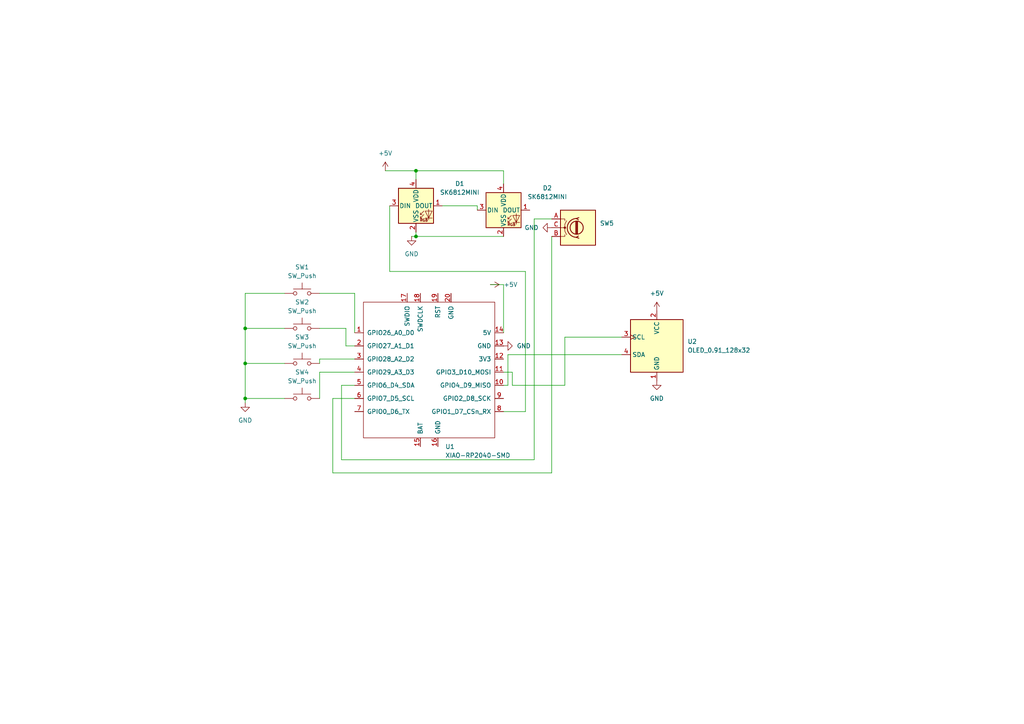
<source format=kicad_sch>
(kicad_sch
	(version 20250114)
	(generator "eeschema")
	(generator_version "9.0")
	(uuid "61eb214a-0f4f-4b0d-9221-397a7867731e")
	(paper "A4")
	(lib_symbols
		(symbol "Hackclub Symbols:OLED_0.91_128x32"
			(exclude_from_sim no)
			(in_bom yes)
			(on_board yes)
			(property "Reference" "U"
				(at 0 0 0)
				(effects
					(font
						(size 1.27 1.27)
					)
				)
			)
			(property "Value" "OLED_0.91_128x32"
				(at 14.224 -10.668 0)
				(effects
					(font
						(size 1.27 1.27)
					)
				)
			)
			(property "Footprint" "Hackclub Footprints:OLED_0.91_128x32"
				(at 18.034 -12.7 0)
				(effects
					(font
						(size 1.27 1.27)
					)
					(hide yes)
				)
			)
			(property "Datasheet" "https://www.buydisplay.com/download/manual/ER-OLEDM0.91-1_Datasheet.pdf"
				(at 42.672 -14.732 0)
				(effects
					(font
						(size 1.27 1.27)
					)
					(hide yes)
				)
			)
			(property "Description" "SSD1306 OLED module, 0.91 inch, 128x32, I2C"
				(at 26.67 -16.764 0)
				(effects
					(font
						(size 1.27 1.27)
					)
					(hide yes)
				)
			)
			(property "ki_keywords" "EastRising"
				(at 0 0 0)
				(effects
					(font
						(size 1.27 1.27)
					)
					(hide yes)
				)
			)
			(property "ki_fp_filters" "ER?OLEDM0.91?1x?I2C*"
				(at 0 0 0)
				(effects
					(font
						(size 1.27 1.27)
					)
					(hide yes)
				)
			)
			(symbol "OLED_0.91_128x32_1_1"
				(rectangle
					(start -7.62 7.62)
					(end 7.62 -7.62)
					(stroke
						(width 0.254)
						(type solid)
					)
					(fill
						(type background)
					)
				)
				(pin input clock
					(at -10.16 2.54 0)
					(length 2.54)
					(name "SCL"
						(effects
							(font
								(size 1.27 1.27)
							)
						)
					)
					(number "3"
						(effects
							(font
								(size 1.27 1.27)
							)
						)
					)
				)
				(pin bidirectional line
					(at -10.16 -2.54 0)
					(length 2.54)
					(name "SDA"
						(effects
							(font
								(size 1.27 1.27)
							)
						)
					)
					(number "4"
						(effects
							(font
								(size 1.27 1.27)
							)
						)
					)
				)
				(pin power_in line
					(at 0 10.16 270)
					(length 2.54)
					(name "VCC"
						(effects
							(font
								(size 1.27 1.27)
							)
						)
					)
					(number "2"
						(effects
							(font
								(size 1.27 1.27)
							)
						)
					)
				)
				(pin power_in line
					(at 0 -10.16 90)
					(length 2.54)
					(name "GND"
						(effects
							(font
								(size 1.27 1.27)
							)
						)
					)
					(number "1"
						(effects
							(font
								(size 1.27 1.27)
							)
						)
					)
				)
			)
			(embedded_fonts no)
		)
		(symbol "Seeed_Studio_XIAO_Series:+5V"
			(power)
			(pin_numbers
				(hide yes)
			)
			(pin_names
				(offset 0)
				(hide yes)
			)
			(exclude_from_sim no)
			(in_bom yes)
			(on_board yes)
			(property "Reference" "#PWR"
				(at 0 -3.81 0)
				(effects
					(font
						(size 1.27 1.27)
					)
					(hide yes)
				)
			)
			(property "Value" "+5V"
				(at 0 3.556 0)
				(effects
					(font
						(size 1.27 1.27)
					)
				)
			)
			(property "Footprint" ""
				(at 0 0 0)
				(effects
					(font
						(size 1.27 1.27)
					)
					(hide yes)
				)
			)
			(property "Datasheet" ""
				(at 0 0 0)
				(effects
					(font
						(size 1.27 1.27)
					)
					(hide yes)
				)
			)
			(property "Description" "Power symbol creates a global label with name \"+5V\""
				(at 0 0 0)
				(effects
					(font
						(size 1.27 1.27)
					)
					(hide yes)
				)
			)
			(property "ki_keywords" "global power"
				(at 0 0 0)
				(effects
					(font
						(size 1.27 1.27)
					)
					(hide yes)
				)
			)
			(symbol "+5V_0_1"
				(polyline
					(pts
						(xy -0.762 1.27) (xy 0 2.54)
					)
					(stroke
						(width 0)
						(type default)
					)
					(fill
						(type none)
					)
				)
				(polyline
					(pts
						(xy 0 2.54) (xy 0.762 1.27)
					)
					(stroke
						(width 0)
						(type default)
					)
					(fill
						(type none)
					)
				)
				(polyline
					(pts
						(xy 0 0) (xy 0 2.54)
					)
					(stroke
						(width 0)
						(type default)
					)
					(fill
						(type none)
					)
				)
			)
			(symbol "+5V_1_1"
				(pin power_in line
					(at 0 0 90)
					(length 0)
					(name "~"
						(effects
							(font
								(size 1.27 1.27)
							)
						)
					)
					(number "1"
						(effects
							(font
								(size 1.27 1.27)
							)
						)
					)
				)
			)
			(embedded_fonts no)
		)
		(symbol "Seeed_Studio_XIAO_Series:GND"
			(power)
			(pin_numbers
				(hide yes)
			)
			(pin_names
				(offset 0)
				(hide yes)
			)
			(exclude_from_sim no)
			(in_bom yes)
			(on_board yes)
			(property "Reference" "#PWR"
				(at 0 -6.35 0)
				(effects
					(font
						(size 1.27 1.27)
					)
					(hide yes)
				)
			)
			(property "Value" "GND"
				(at 0 -3.81 0)
				(effects
					(font
						(size 1.27 1.27)
					)
				)
			)
			(property "Footprint" ""
				(at 0 0 0)
				(effects
					(font
						(size 1.27 1.27)
					)
					(hide yes)
				)
			)
			(property "Datasheet" ""
				(at 0 0 0)
				(effects
					(font
						(size 1.27 1.27)
					)
					(hide yes)
				)
			)
			(property "Description" "Power symbol creates a global label with name \"GND\" , ground"
				(at 0 0 0)
				(effects
					(font
						(size 1.27 1.27)
					)
					(hide yes)
				)
			)
			(property "ki_keywords" "global power"
				(at 0 0 0)
				(effects
					(font
						(size 1.27 1.27)
					)
					(hide yes)
				)
			)
			(symbol "GND_0_1"
				(polyline
					(pts
						(xy 0 0) (xy 0 -1.27) (xy 1.27 -1.27) (xy 0 -2.54) (xy -1.27 -1.27) (xy 0 -1.27)
					)
					(stroke
						(width 0)
						(type default)
					)
					(fill
						(type none)
					)
				)
			)
			(symbol "GND_1_1"
				(pin power_in line
					(at 0 0 270)
					(length 0)
					(name "~"
						(effects
							(font
								(size 1.27 1.27)
							)
						)
					)
					(number "1"
						(effects
							(font
								(size 1.27 1.27)
							)
						)
					)
				)
			)
			(embedded_fonts no)
		)
		(symbol "Seeed_Studio_XIAO_Series:RotaryEncoder"
			(pin_names
				(offset 0.254)
				(hide yes)
			)
			(exclude_from_sim no)
			(in_bom yes)
			(on_board yes)
			(property "Reference" "SW"
				(at 0 6.604 0)
				(effects
					(font
						(size 1.27 1.27)
					)
				)
			)
			(property "Value" "RotaryEncoder"
				(at 0 -6.604 0)
				(effects
					(font
						(size 1.27 1.27)
					)
				)
			)
			(property "Footprint" ""
				(at -3.81 4.064 0)
				(effects
					(font
						(size 1.27 1.27)
					)
					(hide yes)
				)
			)
			(property "Datasheet" "~"
				(at 0 6.604 0)
				(effects
					(font
						(size 1.27 1.27)
					)
					(hide yes)
				)
			)
			(property "Description" "Rotary encoder, dual channel, incremental quadrate outputs"
				(at 0 0 0)
				(effects
					(font
						(size 1.27 1.27)
					)
					(hide yes)
				)
			)
			(property "ki_keywords" "rotary switch encoder"
				(at 0 0 0)
				(effects
					(font
						(size 1.27 1.27)
					)
					(hide yes)
				)
			)
			(property "ki_fp_filters" "RotaryEncoder*"
				(at 0 0 0)
				(effects
					(font
						(size 1.27 1.27)
					)
					(hide yes)
				)
			)
			(symbol "RotaryEncoder_0_1"
				(rectangle
					(start -5.08 5.08)
					(end 5.08 -5.08)
					(stroke
						(width 0.254)
						(type default)
					)
					(fill
						(type background)
					)
				)
				(polyline
					(pts
						(xy -5.08 2.54) (xy -3.81 2.54) (xy -3.81 2.032)
					)
					(stroke
						(width 0)
						(type default)
					)
					(fill
						(type none)
					)
				)
				(polyline
					(pts
						(xy -5.08 0) (xy -3.81 0) (xy -3.81 -1.016) (xy -3.302 -2.032)
					)
					(stroke
						(width 0)
						(type default)
					)
					(fill
						(type none)
					)
				)
				(polyline
					(pts
						(xy -5.08 -2.54) (xy -3.81 -2.54) (xy -3.81 -2.032)
					)
					(stroke
						(width 0)
						(type default)
					)
					(fill
						(type none)
					)
				)
				(polyline
					(pts
						(xy -4.318 0) (xy -3.81 0) (xy -3.81 1.016) (xy -3.302 2.032)
					)
					(stroke
						(width 0)
						(type default)
					)
					(fill
						(type none)
					)
				)
				(circle
					(center -3.81 0)
					(radius 0.254)
					(stroke
						(width 0)
						(type default)
					)
					(fill
						(type outline)
					)
				)
				(polyline
					(pts
						(xy -0.635 -1.778) (xy -0.635 1.778)
					)
					(stroke
						(width 0.254)
						(type default)
					)
					(fill
						(type none)
					)
				)
				(circle
					(center -0.381 0)
					(radius 1.905)
					(stroke
						(width 0.254)
						(type default)
					)
					(fill
						(type none)
					)
				)
				(polyline
					(pts
						(xy -0.381 -1.778) (xy -0.381 1.778)
					)
					(stroke
						(width 0.254)
						(type default)
					)
					(fill
						(type none)
					)
				)
				(arc
					(start -0.381 -2.794)
					(mid -3.0988 -0.0635)
					(end -0.381 2.667)
					(stroke
						(width 0.254)
						(type default)
					)
					(fill
						(type none)
					)
				)
				(polyline
					(pts
						(xy -0.127 1.778) (xy -0.127 -1.778)
					)
					(stroke
						(width 0.254)
						(type default)
					)
					(fill
						(type none)
					)
				)
				(polyline
					(pts
						(xy 0.254 2.921) (xy -0.508 2.667) (xy 0.127 2.286)
					)
					(stroke
						(width 0.254)
						(type default)
					)
					(fill
						(type none)
					)
				)
				(polyline
					(pts
						(xy 0.254 -3.048) (xy -0.508 -2.794) (xy 0.127 -2.413)
					)
					(stroke
						(width 0.254)
						(type default)
					)
					(fill
						(type none)
					)
				)
			)
			(symbol "RotaryEncoder_1_1"
				(pin passive line
					(at -7.62 2.54 0)
					(length 2.54)
					(name "A"
						(effects
							(font
								(size 1.27 1.27)
							)
						)
					)
					(number "A"
						(effects
							(font
								(size 1.27 1.27)
							)
						)
					)
				)
				(pin passive line
					(at -7.62 0 0)
					(length 2.54)
					(name "C"
						(effects
							(font
								(size 1.27 1.27)
							)
						)
					)
					(number "C"
						(effects
							(font
								(size 1.27 1.27)
							)
						)
					)
				)
				(pin passive line
					(at -7.62 -2.54 0)
					(length 2.54)
					(name "B"
						(effects
							(font
								(size 1.27 1.27)
							)
						)
					)
					(number "B"
						(effects
							(font
								(size 1.27 1.27)
							)
						)
					)
				)
			)
			(embedded_fonts no)
		)
		(symbol "Seeed_Studio_XIAO_Series:SK6812MINI"
			(pin_names
				(offset 0.254)
			)
			(exclude_from_sim no)
			(in_bom yes)
			(on_board yes)
			(property "Reference" "D"
				(at 5.08 5.715 0)
				(effects
					(font
						(size 1.27 1.27)
					)
					(justify right bottom)
				)
			)
			(property "Value" "SK6812MINI"
				(at 1.27 -5.715 0)
				(effects
					(font
						(size 1.27 1.27)
					)
					(justify left top)
				)
			)
			(property "Footprint" "LED_SMD:LED_SK6812MINI_PLCC4_3.5x3.5mm_P1.75mm"
				(at 1.27 -7.62 0)
				(effects
					(font
						(size 1.27 1.27)
					)
					(justify left top)
					(hide yes)
				)
			)
			(property "Datasheet" "https://cdn-shop.adafruit.com/product-files/2686/SK6812MINI_REV.01-1-2.pdf"
				(at 2.54 -9.525 0)
				(effects
					(font
						(size 1.27 1.27)
					)
					(justify left top)
					(hide yes)
				)
			)
			(property "Description" "RGB LED with integrated controller"
				(at 0 0 0)
				(effects
					(font
						(size 1.27 1.27)
					)
					(hide yes)
				)
			)
			(property "ki_keywords" "RGB LED NeoPixel Mini addressable"
				(at 0 0 0)
				(effects
					(font
						(size 1.27 1.27)
					)
					(hide yes)
				)
			)
			(property "ki_fp_filters" "LED*SK6812MINI*PLCC*3.5x3.5mm*P1.75mm*"
				(at 0 0 0)
				(effects
					(font
						(size 1.27 1.27)
					)
					(hide yes)
				)
			)
			(symbol "SK6812MINI_0_0"
				(text "RGB"
					(at 2.286 -4.191 0)
					(effects
						(font
							(size 0.762 0.762)
						)
					)
				)
			)
			(symbol "SK6812MINI_0_1"
				(polyline
					(pts
						(xy 1.27 -2.54) (xy 1.778 -2.54)
					)
					(stroke
						(width 0)
						(type default)
					)
					(fill
						(type none)
					)
				)
				(polyline
					(pts
						(xy 1.27 -3.556) (xy 1.778 -3.556)
					)
					(stroke
						(width 0)
						(type default)
					)
					(fill
						(type none)
					)
				)
				(polyline
					(pts
						(xy 2.286 -1.524) (xy 1.27 -2.54) (xy 1.27 -2.032)
					)
					(stroke
						(width 0)
						(type default)
					)
					(fill
						(type none)
					)
				)
				(polyline
					(pts
						(xy 2.286 -2.54) (xy 1.27 -3.556) (xy 1.27 -3.048)
					)
					(stroke
						(width 0)
						(type default)
					)
					(fill
						(type none)
					)
				)
				(polyline
					(pts
						(xy 3.683 -1.016) (xy 3.683 -3.556) (xy 3.683 -4.064)
					)
					(stroke
						(width 0)
						(type default)
					)
					(fill
						(type none)
					)
				)
				(polyline
					(pts
						(xy 4.699 -1.524) (xy 2.667 -1.524) (xy 3.683 -3.556) (xy 4.699 -1.524)
					)
					(stroke
						(width 0)
						(type default)
					)
					(fill
						(type none)
					)
				)
				(polyline
					(pts
						(xy 4.699 -3.556) (xy 2.667 -3.556)
					)
					(stroke
						(width 0)
						(type default)
					)
					(fill
						(type none)
					)
				)
				(rectangle
					(start 5.08 5.08)
					(end -5.08 -5.08)
					(stroke
						(width 0.254)
						(type default)
					)
					(fill
						(type background)
					)
				)
			)
			(symbol "SK6812MINI_1_1"
				(pin input line
					(at -7.62 0 0)
					(length 2.54)
					(name "DIN"
						(effects
							(font
								(size 1.27 1.27)
							)
						)
					)
					(number "3"
						(effects
							(font
								(size 1.27 1.27)
							)
						)
					)
				)
				(pin power_in line
					(at 0 7.62 270)
					(length 2.54)
					(name "VDD"
						(effects
							(font
								(size 1.27 1.27)
							)
						)
					)
					(number "4"
						(effects
							(font
								(size 1.27 1.27)
							)
						)
					)
				)
				(pin power_in line
					(at 0 -7.62 90)
					(length 2.54)
					(name "VSS"
						(effects
							(font
								(size 1.27 1.27)
							)
						)
					)
					(number "2"
						(effects
							(font
								(size 1.27 1.27)
							)
						)
					)
				)
				(pin output line
					(at 7.62 0 180)
					(length 2.54)
					(name "DOUT"
						(effects
							(font
								(size 1.27 1.27)
							)
						)
					)
					(number "1"
						(effects
							(font
								(size 1.27 1.27)
							)
						)
					)
				)
			)
			(embedded_fonts no)
		)
		(symbol "Seeed_Studio_XIAO_Series:SW_Push"
			(pin_numbers
				(hide yes)
			)
			(pin_names
				(offset 1.016)
				(hide yes)
			)
			(exclude_from_sim no)
			(in_bom yes)
			(on_board yes)
			(property "Reference" "SW"
				(at 1.27 2.54 0)
				(effects
					(font
						(size 1.27 1.27)
					)
					(justify left)
				)
			)
			(property "Value" "SW_Push"
				(at 0 -1.524 0)
				(effects
					(font
						(size 1.27 1.27)
					)
				)
			)
			(property "Footprint" ""
				(at 0 5.08 0)
				(effects
					(font
						(size 1.27 1.27)
					)
					(hide yes)
				)
			)
			(property "Datasheet" "~"
				(at 0 5.08 0)
				(effects
					(font
						(size 1.27 1.27)
					)
					(hide yes)
				)
			)
			(property "Description" "Push button switch, generic, two pins"
				(at 0 0 0)
				(effects
					(font
						(size 1.27 1.27)
					)
					(hide yes)
				)
			)
			(property "ki_keywords" "switch normally-open pushbutton push-button"
				(at 0 0 0)
				(effects
					(font
						(size 1.27 1.27)
					)
					(hide yes)
				)
			)
			(symbol "SW_Push_0_1"
				(circle
					(center -2.032 0)
					(radius 0.508)
					(stroke
						(width 0)
						(type default)
					)
					(fill
						(type none)
					)
				)
				(polyline
					(pts
						(xy 0 1.27) (xy 0 3.048)
					)
					(stroke
						(width 0)
						(type default)
					)
					(fill
						(type none)
					)
				)
				(circle
					(center 2.032 0)
					(radius 0.508)
					(stroke
						(width 0)
						(type default)
					)
					(fill
						(type none)
					)
				)
				(polyline
					(pts
						(xy 2.54 1.27) (xy -2.54 1.27)
					)
					(stroke
						(width 0)
						(type default)
					)
					(fill
						(type none)
					)
				)
				(pin passive line
					(at -5.08 0 0)
					(length 2.54)
					(name "1"
						(effects
							(font
								(size 1.27 1.27)
							)
						)
					)
					(number "1"
						(effects
							(font
								(size 1.27 1.27)
							)
						)
					)
				)
				(pin passive line
					(at 5.08 0 180)
					(length 2.54)
					(name "2"
						(effects
							(font
								(size 1.27 1.27)
							)
						)
					)
					(number "2"
						(effects
							(font
								(size 1.27 1.27)
							)
						)
					)
				)
			)
			(embedded_fonts no)
		)
		(symbol "Seeed_Studio_XIAO_Series:XIAO-RP2040-SMD"
			(pin_names
				(offset 1.016)
			)
			(exclude_from_sim no)
			(in_bom yes)
			(on_board yes)
			(property "Reference" "U"
				(at -18.542 23.114 0)
				(effects
					(font
						(size 1.27 1.27)
					)
				)
			)
			(property "Value" "XIAO-RP2040-SMD"
				(at -8.382 21.336 0)
				(effects
					(font
						(size 1.27 1.27)
					)
				)
			)
			(property "Footprint" ""
				(at -8.89 5.08 0)
				(effects
					(font
						(size 1.27 1.27)
					)
					(hide yes)
				)
			)
			(property "Datasheet" ""
				(at -8.89 5.08 0)
				(effects
					(font
						(size 1.27 1.27)
					)
					(hide yes)
				)
			)
			(property "Description" ""
				(at 0 0 0)
				(effects
					(font
						(size 1.27 1.27)
					)
					(hide yes)
				)
			)
			(symbol "XIAO-RP2040-SMD_0_1"
				(rectangle
					(start 19.05 -19.05)
					(end -19.05 20.32)
					(stroke
						(width 0)
						(type default)
					)
					(fill
						(type none)
					)
				)
			)
			(symbol "XIAO-RP2040-SMD_1_1"
				(pin passive line
					(at -21.59 11.43 0)
					(length 2.54)
					(name "GPIO26_A0_D0"
						(effects
							(font
								(size 1.27 1.27)
							)
						)
					)
					(number "1"
						(effects
							(font
								(size 1.27 1.27)
							)
						)
					)
				)
				(pin passive line
					(at -21.59 7.62 0)
					(length 2.54)
					(name "GPIO27_A1_D1"
						(effects
							(font
								(size 1.27 1.27)
							)
						)
					)
					(number "2"
						(effects
							(font
								(size 1.27 1.27)
							)
						)
					)
				)
				(pin passive line
					(at -21.59 3.81 0)
					(length 2.54)
					(name "GPIO28_A2_D2"
						(effects
							(font
								(size 1.27 1.27)
							)
						)
					)
					(number "3"
						(effects
							(font
								(size 1.27 1.27)
							)
						)
					)
				)
				(pin passive line
					(at -21.59 0 0)
					(length 2.54)
					(name "GPIO29_A3_D3"
						(effects
							(font
								(size 1.27 1.27)
							)
						)
					)
					(number "4"
						(effects
							(font
								(size 1.27 1.27)
							)
						)
					)
				)
				(pin passive line
					(at -21.59 -3.81 0)
					(length 2.54)
					(name "GPIO6_D4_SDA"
						(effects
							(font
								(size 1.27 1.27)
							)
						)
					)
					(number "5"
						(effects
							(font
								(size 1.27 1.27)
							)
						)
					)
				)
				(pin passive line
					(at -21.59 -7.62 0)
					(length 2.54)
					(name "GPIO7_D5_SCL"
						(effects
							(font
								(size 1.27 1.27)
							)
						)
					)
					(number "6"
						(effects
							(font
								(size 1.27 1.27)
							)
						)
					)
				)
				(pin passive line
					(at -21.59 -11.43 0)
					(length 2.54)
					(name "GPIO0_D6_TX"
						(effects
							(font
								(size 1.27 1.27)
							)
						)
					)
					(number "7"
						(effects
							(font
								(size 1.27 1.27)
							)
						)
					)
				)
				(pin passive line
					(at -6.35 22.86 270)
					(length 2.54)
					(name "SWDIO"
						(effects
							(font
								(size 1.27 1.27)
							)
						)
					)
					(number "17"
						(effects
							(font
								(size 1.27 1.27)
							)
						)
					)
				)
				(pin passive line
					(at -2.54 22.86 270)
					(length 2.54)
					(name "SWDCLK"
						(effects
							(font
								(size 1.27 1.27)
							)
						)
					)
					(number "18"
						(effects
							(font
								(size 1.27 1.27)
							)
						)
					)
				)
				(pin passive line
					(at -2.54 -21.59 90)
					(length 2.54)
					(name "BAT"
						(effects
							(font
								(size 1.27 1.27)
							)
						)
					)
					(number "15"
						(effects
							(font
								(size 1.27 1.27)
							)
						)
					)
				)
				(pin passive line
					(at 2.54 22.86 270)
					(length 2.54)
					(name "RST"
						(effects
							(font
								(size 1.27 1.27)
							)
						)
					)
					(number "19"
						(effects
							(font
								(size 1.27 1.27)
							)
						)
					)
				)
				(pin passive line
					(at 2.54 -21.59 90)
					(length 2.54)
					(name "GND"
						(effects
							(font
								(size 1.27 1.27)
							)
						)
					)
					(number "16"
						(effects
							(font
								(size 1.27 1.27)
							)
						)
					)
				)
				(pin passive line
					(at 6.35 22.86 270)
					(length 2.54)
					(name "GND"
						(effects
							(font
								(size 1.27 1.27)
							)
						)
					)
					(number "20"
						(effects
							(font
								(size 1.27 1.27)
							)
						)
					)
				)
				(pin passive line
					(at 21.59 11.43 180)
					(length 2.54)
					(name "5V"
						(effects
							(font
								(size 1.27 1.27)
							)
						)
					)
					(number "14"
						(effects
							(font
								(size 1.27 1.27)
							)
						)
					)
				)
				(pin passive line
					(at 21.59 7.62 180)
					(length 2.54)
					(name "GND"
						(effects
							(font
								(size 1.27 1.27)
							)
						)
					)
					(number "13"
						(effects
							(font
								(size 1.27 1.27)
							)
						)
					)
				)
				(pin passive line
					(at 21.59 3.81 180)
					(length 2.54)
					(name "3V3"
						(effects
							(font
								(size 1.27 1.27)
							)
						)
					)
					(number "12"
						(effects
							(font
								(size 1.27 1.27)
							)
						)
					)
				)
				(pin passive line
					(at 21.59 0 180)
					(length 2.54)
					(name "GPIO3_D10_MOSI"
						(effects
							(font
								(size 1.27 1.27)
							)
						)
					)
					(number "11"
						(effects
							(font
								(size 1.27 1.27)
							)
						)
					)
				)
				(pin passive line
					(at 21.59 -3.81 180)
					(length 2.54)
					(name "GPIO4_D9_MISO"
						(effects
							(font
								(size 1.27 1.27)
							)
						)
					)
					(number "10"
						(effects
							(font
								(size 1.27 1.27)
							)
						)
					)
				)
				(pin passive line
					(at 21.59 -7.62 180)
					(length 2.54)
					(name "GPIO2_D8_SCK"
						(effects
							(font
								(size 1.27 1.27)
							)
						)
					)
					(number "9"
						(effects
							(font
								(size 1.27 1.27)
							)
						)
					)
				)
				(pin passive line
					(at 21.59 -11.43 180)
					(length 2.54)
					(name "GPIO1_D7_CSn_RX"
						(effects
							(font
								(size 1.27 1.27)
							)
						)
					)
					(number "8"
						(effects
							(font
								(size 1.27 1.27)
							)
						)
					)
				)
			)
			(embedded_fonts no)
		)
	)
	(junction
		(at 120.65 49.53)
		(diameter 0)
		(color 0 0 0 0)
		(uuid "28608bf5-34b6-4bf8-bc71-12360e6e70fb")
	)
	(junction
		(at 120.65 68.58)
		(diameter 0)
		(color 0 0 0 0)
		(uuid "4c227325-c8a7-4aa7-8c9c-be0d24276d8f")
	)
	(junction
		(at 71.12 105.41)
		(diameter 0)
		(color 0 0 0 0)
		(uuid "5ec89632-a094-45d3-b910-1dde980fc211")
	)
	(junction
		(at 71.12 115.57)
		(diameter 0)
		(color 0 0 0 0)
		(uuid "68f58e2a-1978-4432-9d57-9405ffb4ff6f")
	)
	(junction
		(at 71.12 95.25)
		(diameter 0)
		(color 0 0 0 0)
		(uuid "6a750924-36ad-4ed1-a137-f615de782311")
	)
	(wire
		(pts
			(xy 148.59 107.95) (xy 146.05 107.95)
		)
		(stroke
			(width 0)
			(type default)
		)
		(uuid "083e648a-eb51-46cf-958b-2cc00d93f52f")
	)
	(wire
		(pts
			(xy 71.12 95.25) (xy 71.12 105.41)
		)
		(stroke
			(width 0)
			(type default)
		)
		(uuid "0fbd66b9-449a-4b88-bd7c-00d2da00527f")
	)
	(wire
		(pts
			(xy 82.55 85.09) (xy 71.12 85.09)
		)
		(stroke
			(width 0)
			(type default)
		)
		(uuid "1625e8a5-af6f-408b-8cbe-e9423220a96a")
	)
	(wire
		(pts
			(xy 180.34 97.79) (xy 163.83 97.79)
		)
		(stroke
			(width 0)
			(type default)
		)
		(uuid "17fe84f1-428d-4230-9c09-1d36876fe810")
	)
	(wire
		(pts
			(xy 160.02 63.5) (xy 154.94 63.5)
		)
		(stroke
			(width 0)
			(type default)
		)
		(uuid "24e4f3e6-e112-494f-8250-f1643e3fdb47")
	)
	(wire
		(pts
			(xy 71.12 115.57) (xy 71.12 116.84)
		)
		(stroke
			(width 0)
			(type default)
		)
		(uuid "28f0ec43-dac7-470c-8adb-db1340b121e0")
	)
	(wire
		(pts
			(xy 92.71 115.57) (xy 92.71 107.95)
		)
		(stroke
			(width 0)
			(type default)
		)
		(uuid "293d8219-67ce-4d13-989e-41d28ffa35da")
	)
	(wire
		(pts
			(xy 120.65 68.58) (xy 146.05 68.58)
		)
		(stroke
			(width 0)
			(type default)
		)
		(uuid "2d0da238-30e0-46c0-a8ae-da688fa4bb49")
	)
	(wire
		(pts
			(xy 82.55 95.25) (xy 71.12 95.25)
		)
		(stroke
			(width 0)
			(type default)
		)
		(uuid "308b0136-3c5f-4140-8187-8a5767d6aaee")
	)
	(wire
		(pts
			(xy 92.71 107.95) (xy 102.87 107.95)
		)
		(stroke
			(width 0)
			(type default)
		)
		(uuid "329124e9-99c5-4091-94b9-6da1364ebb77")
	)
	(wire
		(pts
			(xy 102.87 85.09) (xy 102.87 96.52)
		)
		(stroke
			(width 0)
			(type default)
		)
		(uuid "3809699c-d0d9-4aae-89fe-939f9d5efc6f")
	)
	(wire
		(pts
			(xy 99.06 133.35) (xy 99.06 111.76)
		)
		(stroke
			(width 0)
			(type default)
		)
		(uuid "3b36e4e3-2f5f-48b0-9aff-2129342960d7")
	)
	(wire
		(pts
			(xy 100.33 100.33) (xy 102.87 100.33)
		)
		(stroke
			(width 0)
			(type default)
		)
		(uuid "5c95e26c-a1b6-4a52-b7ce-270e0cc8cc80")
	)
	(wire
		(pts
			(xy 102.87 104.14) (xy 92.71 104.14)
		)
		(stroke
			(width 0)
			(type default)
		)
		(uuid "5e3900c5-aa5b-4504-b779-be9734148029")
	)
	(wire
		(pts
			(xy 71.12 115.57) (xy 82.55 115.57)
		)
		(stroke
			(width 0)
			(type default)
		)
		(uuid "60033e7c-0c46-47c7-81f2-104aa14a7de1")
	)
	(wire
		(pts
			(xy 180.34 102.87) (xy 147.32 102.87)
		)
		(stroke
			(width 0)
			(type default)
		)
		(uuid "66da78ad-2d50-4d76-91d7-6504a0702736")
	)
	(wire
		(pts
			(xy 154.94 63.5) (xy 154.94 133.35)
		)
		(stroke
			(width 0)
			(type default)
		)
		(uuid "6814f493-70a8-4d37-a12a-af8f55532003")
	)
	(wire
		(pts
			(xy 163.83 97.79) (xy 163.83 111.76)
		)
		(stroke
			(width 0)
			(type default)
		)
		(uuid "7abad972-2fd2-4a01-840f-2e5a46cbf65e")
	)
	(wire
		(pts
			(xy 71.12 85.09) (xy 71.12 95.25)
		)
		(stroke
			(width 0)
			(type default)
		)
		(uuid "7f06e80d-9bac-4bda-81c8-d9cc7367763d")
	)
	(wire
		(pts
			(xy 102.87 85.09) (xy 92.71 85.09)
		)
		(stroke
			(width 0)
			(type default)
		)
		(uuid "800196e0-2472-4afc-83e8-39e45c249556")
	)
	(wire
		(pts
			(xy 96.52 115.57) (xy 102.87 115.57)
		)
		(stroke
			(width 0)
			(type default)
		)
		(uuid "865053e2-2c2c-496e-8862-320f16303fdf")
	)
	(wire
		(pts
			(xy 71.12 105.41) (xy 82.55 105.41)
		)
		(stroke
			(width 0)
			(type default)
		)
		(uuid "865ddf51-0a83-49a4-acf8-2ecbe7b6f1da")
	)
	(wire
		(pts
			(xy 142.24 82.55) (xy 146.05 82.55)
		)
		(stroke
			(width 0)
			(type default)
		)
		(uuid "9972dd53-72a5-4f2e-8ae7-d80ee2367ddd")
	)
	(wire
		(pts
			(xy 100.33 95.25) (xy 100.33 100.33)
		)
		(stroke
			(width 0)
			(type default)
		)
		(uuid "9a299517-8471-4de4-b5d3-fa843b4e48f2")
	)
	(wire
		(pts
			(xy 120.65 67.31) (xy 120.65 68.58)
		)
		(stroke
			(width 0)
			(type default)
		)
		(uuid "9acfaaa3-8afc-413b-93fe-8190221e0979")
	)
	(wire
		(pts
			(xy 147.32 102.87) (xy 147.32 111.76)
		)
		(stroke
			(width 0)
			(type default)
		)
		(uuid "a2ca37e4-7f0b-4476-98fb-b630c0f4afaf")
	)
	(wire
		(pts
			(xy 113.03 78.74) (xy 152.4 78.74)
		)
		(stroke
			(width 0)
			(type default)
		)
		(uuid "ade2f2b1-582e-48c1-adde-d7996ef78970")
	)
	(wire
		(pts
			(xy 146.05 53.34) (xy 146.05 49.53)
		)
		(stroke
			(width 0)
			(type default)
		)
		(uuid "b04ad579-55f2-4f38-8d19-5fa15d590506")
	)
	(wire
		(pts
			(xy 154.94 133.35) (xy 99.06 133.35)
		)
		(stroke
			(width 0)
			(type default)
		)
		(uuid "b52fbff3-6273-4f70-a66f-f6e51a5ebe2b")
	)
	(wire
		(pts
			(xy 120.65 49.53) (xy 111.76 49.53)
		)
		(stroke
			(width 0)
			(type default)
		)
		(uuid "b5c274d2-438f-4850-badf-2939b344d202")
	)
	(wire
		(pts
			(xy 163.83 111.76) (xy 148.59 111.76)
		)
		(stroke
			(width 0)
			(type default)
		)
		(uuid "b9c04924-bc99-4165-bd86-1ffbd68cbd07")
	)
	(wire
		(pts
			(xy 148.59 111.76) (xy 148.59 107.95)
		)
		(stroke
			(width 0)
			(type default)
		)
		(uuid "c5c01cb7-4232-4d84-aa08-ffebb8a10551")
	)
	(wire
		(pts
			(xy 146.05 82.55) (xy 146.05 96.52)
		)
		(stroke
			(width 0)
			(type default)
		)
		(uuid "c85a33c3-013c-442c-9b32-2b0baa662004")
	)
	(wire
		(pts
			(xy 146.05 49.53) (xy 120.65 49.53)
		)
		(stroke
			(width 0)
			(type default)
		)
		(uuid "cadd2c77-a6be-435e-b66b-01d42d3f18e6")
	)
	(wire
		(pts
			(xy 152.4 78.74) (xy 152.4 119.38)
		)
		(stroke
			(width 0)
			(type default)
		)
		(uuid "d2071ecf-2664-4d7f-ba07-307709d0f42d")
	)
	(wire
		(pts
			(xy 160.02 68.58) (xy 160.02 137.16)
		)
		(stroke
			(width 0)
			(type default)
		)
		(uuid "d431c132-09f0-4f28-a026-c65accef5686")
	)
	(wire
		(pts
			(xy 113.03 59.69) (xy 113.03 78.74)
		)
		(stroke
			(width 0)
			(type default)
		)
		(uuid "d6b071a6-6b56-4617-9f25-9d99566605bb")
	)
	(wire
		(pts
			(xy 152.4 119.38) (xy 146.05 119.38)
		)
		(stroke
			(width 0)
			(type default)
		)
		(uuid "dd0baca2-d0d5-4e73-aef2-b44ff104b40b")
	)
	(wire
		(pts
			(xy 147.32 111.76) (xy 146.05 111.76)
		)
		(stroke
			(width 0)
			(type default)
		)
		(uuid "dd51ffc8-b646-4a07-a69d-8299674e7082")
	)
	(wire
		(pts
			(xy 92.71 95.25) (xy 100.33 95.25)
		)
		(stroke
			(width 0)
			(type default)
		)
		(uuid "e3786cb9-9eba-46b0-bf8c-e2f7e9533db3")
	)
	(wire
		(pts
			(xy 128.27 59.69) (xy 138.43 59.69)
		)
		(stroke
			(width 0)
			(type default)
		)
		(uuid "e4717615-4ace-417e-abb2-7cfd173401e4")
	)
	(wire
		(pts
			(xy 71.12 105.41) (xy 71.12 115.57)
		)
		(stroke
			(width 0)
			(type default)
		)
		(uuid "ea273620-5c67-4d01-a5e1-1e61a35bfc48")
	)
	(wire
		(pts
			(xy 96.52 137.16) (xy 96.52 115.57)
		)
		(stroke
			(width 0)
			(type default)
		)
		(uuid "eeab4f60-0262-4526-861e-32859921a91b")
	)
	(wire
		(pts
			(xy 120.65 68.58) (xy 119.38 68.58)
		)
		(stroke
			(width 0)
			(type default)
		)
		(uuid "efb78541-e0ae-4e5e-a0ca-59a149b6dd0d")
	)
	(wire
		(pts
			(xy 99.06 111.76) (xy 102.87 111.76)
		)
		(stroke
			(width 0)
			(type default)
		)
		(uuid "f5a62df3-8438-4584-a3e0-1aa4a0d84a22")
	)
	(wire
		(pts
			(xy 160.02 137.16) (xy 96.52 137.16)
		)
		(stroke
			(width 0)
			(type default)
		)
		(uuid "f8d234f5-4f29-4ae4-b84e-04751b41c5db")
	)
	(wire
		(pts
			(xy 120.65 52.07) (xy 120.65 49.53)
		)
		(stroke
			(width 0)
			(type default)
		)
		(uuid "fa098b41-3d59-4efa-9a6e-09a53837a5b1")
	)
	(wire
		(pts
			(xy 92.71 104.14) (xy 92.71 105.41)
		)
		(stroke
			(width 0)
			(type default)
		)
		(uuid "fb977fef-8ab7-4933-8382-9d40bc2988d2")
	)
	(wire
		(pts
			(xy 138.43 59.69) (xy 138.43 60.96)
		)
		(stroke
			(width 0)
			(type default)
		)
		(uuid "fbc93d19-8c0b-437d-aa7d-416fd7fe414b")
	)
	(symbol
		(lib_id "Seeed_Studio_XIAO_Series:SW_Push")
		(at 87.63 115.57 0)
		(unit 1)
		(exclude_from_sim no)
		(in_bom yes)
		(on_board yes)
		(dnp no)
		(fields_autoplaced yes)
		(uuid "02080348-2bd9-4127-aff0-a5f84c9298c5")
		(property "Reference" "SW4"
			(at 87.63 107.95 0)
			(effects
				(font
					(size 1.27 1.27)
				)
			)
		)
		(property "Value" "SW_Push"
			(at 87.63 110.49 0)
			(effects
				(font
					(size 1.27 1.27)
				)
			)
		)
		(property "Footprint" "Button_Switch_Keyboard:SW_Cherry_MX_1.00u_PCB"
			(at 87.63 110.49 0)
			(effects
				(font
					(size 1.27 1.27)
				)
				(hide yes)
			)
		)
		(property "Datasheet" "~"
			(at 87.63 110.49 0)
			(effects
				(font
					(size 1.27 1.27)
				)
				(hide yes)
			)
		)
		(property "Description" "Push button switch, generic, two pins"
			(at 87.63 115.57 0)
			(effects
				(font
					(size 1.27 1.27)
				)
				(hide yes)
			)
		)
		(pin "1"
			(uuid "3dee064e-dc20-4938-9357-79839b2fff84")
		)
		(pin "2"
			(uuid "8987abb6-0aa8-4581-8d9d-fed7423de37f")
		)
		(instances
			(project ""
				(path "/61eb214a-0f4f-4b0d-9221-397a7867731e"
					(reference "SW4")
					(unit 1)
				)
			)
		)
	)
	(symbol
		(lib_id "Seeed_Studio_XIAO_Series:+5V")
		(at 142.24 82.55 270)
		(unit 1)
		(exclude_from_sim no)
		(in_bom yes)
		(on_board yes)
		(dnp no)
		(fields_autoplaced yes)
		(uuid "22bcf288-8fe8-4ff0-8003-e3bbb889d021")
		(property "Reference" "#PWR02"
			(at 138.43 82.55 0)
			(effects
				(font
					(size 1.27 1.27)
				)
				(hide yes)
			)
		)
		(property "Value" "+5V"
			(at 146.05 82.5499 90)
			(effects
				(font
					(size 1.27 1.27)
				)
				(justify left)
			)
		)
		(property "Footprint" ""
			(at 142.24 82.55 0)
			(effects
				(font
					(size 1.27 1.27)
				)
				(hide yes)
			)
		)
		(property "Datasheet" ""
			(at 142.24 82.55 0)
			(effects
				(font
					(size 1.27 1.27)
				)
				(hide yes)
			)
		)
		(property "Description" "Power symbol creates a global label with name \"+5V\""
			(at 142.24 82.55 0)
			(effects
				(font
					(size 1.27 1.27)
				)
				(hide yes)
			)
		)
		(pin "1"
			(uuid "4b851f5f-7c39-4a48-bf3d-17f56f461d22")
		)
		(instances
			(project ""
				(path "/61eb214a-0f4f-4b0d-9221-397a7867731e"
					(reference "#PWR02")
					(unit 1)
				)
			)
		)
	)
	(symbol
		(lib_id "Seeed_Studio_XIAO_Series:SW_Push")
		(at 87.63 105.41 0)
		(unit 1)
		(exclude_from_sim no)
		(in_bom yes)
		(on_board yes)
		(dnp no)
		(fields_autoplaced yes)
		(uuid "25037b63-3f99-4780-90dc-fdacbef66600")
		(property "Reference" "SW3"
			(at 87.63 97.79 0)
			(effects
				(font
					(size 1.27 1.27)
				)
			)
		)
		(property "Value" "SW_Push"
			(at 87.63 100.33 0)
			(effects
				(font
					(size 1.27 1.27)
				)
			)
		)
		(property "Footprint" "Button_Switch_Keyboard:SW_Cherry_MX_1.00u_PCB"
			(at 87.63 100.33 0)
			(effects
				(font
					(size 1.27 1.27)
				)
				(hide yes)
			)
		)
		(property "Datasheet" "~"
			(at 87.63 100.33 0)
			(effects
				(font
					(size 1.27 1.27)
				)
				(hide yes)
			)
		)
		(property "Description" "Push button switch, generic, two pins"
			(at 87.63 105.41 0)
			(effects
				(font
					(size 1.27 1.27)
				)
				(hide yes)
			)
		)
		(pin "1"
			(uuid "3dc23be6-4a1c-482a-818b-1d157a8fdb88")
		)
		(pin "2"
			(uuid "a26adff8-a44b-4f53-8608-907fc489a13f")
		)
		(instances
			(project ""
				(path "/61eb214a-0f4f-4b0d-9221-397a7867731e"
					(reference "SW3")
					(unit 1)
				)
			)
		)
	)
	(symbol
		(lib_id "Seeed_Studio_XIAO_Series:+5V")
		(at 111.76 49.53 0)
		(unit 1)
		(exclude_from_sim no)
		(in_bom yes)
		(on_board yes)
		(dnp no)
		(fields_autoplaced yes)
		(uuid "358f76c7-d74b-4c47-8740-7b90a7dfda46")
		(property "Reference" "#PWR06"
			(at 111.76 53.34 0)
			(effects
				(font
					(size 1.27 1.27)
				)
				(hide yes)
			)
		)
		(property "Value" "+5V"
			(at 111.76 44.45 0)
			(effects
				(font
					(size 1.27 1.27)
				)
			)
		)
		(property "Footprint" ""
			(at 111.76 49.53 0)
			(effects
				(font
					(size 1.27 1.27)
				)
				(hide yes)
			)
		)
		(property "Datasheet" ""
			(at 111.76 49.53 0)
			(effects
				(font
					(size 1.27 1.27)
				)
				(hide yes)
			)
		)
		(property "Description" "Power symbol creates a global label with name \"+5V\""
			(at 111.76 49.53 0)
			(effects
				(font
					(size 1.27 1.27)
				)
				(hide yes)
			)
		)
		(pin "1"
			(uuid "418bb00a-81ec-4fcc-b463-50bc107496c2")
		)
		(instances
			(project ""
				(path "/61eb214a-0f4f-4b0d-9221-397a7867731e"
					(reference "#PWR06")
					(unit 1)
				)
			)
		)
	)
	(symbol
		(lib_id "Seeed_Studio_XIAO_Series:SW_Push")
		(at 87.63 95.25 0)
		(unit 1)
		(exclude_from_sim no)
		(in_bom yes)
		(on_board yes)
		(dnp no)
		(fields_autoplaced yes)
		(uuid "3822d91e-c187-4902-9e90-a4a16be72704")
		(property "Reference" "SW2"
			(at 87.63 87.63 0)
			(effects
				(font
					(size 1.27 1.27)
				)
			)
		)
		(property "Value" "SW_Push"
			(at 87.63 90.17 0)
			(effects
				(font
					(size 1.27 1.27)
				)
			)
		)
		(property "Footprint" "Button_Switch_Keyboard:SW_Cherry_MX_1.00u_PCB"
			(at 87.63 90.17 0)
			(effects
				(font
					(size 1.27 1.27)
				)
				(hide yes)
			)
		)
		(property "Datasheet" "~"
			(at 87.63 90.17 0)
			(effects
				(font
					(size 1.27 1.27)
				)
				(hide yes)
			)
		)
		(property "Description" "Push button switch, generic, two pins"
			(at 87.63 95.25 0)
			(effects
				(font
					(size 1.27 1.27)
				)
				(hide yes)
			)
		)
		(pin "2"
			(uuid "43eb0bee-036f-4ea7-a4f5-b8890da79401")
		)
		(pin "1"
			(uuid "61fe46b4-99d0-4ae8-b207-b428e7e5cbd0")
		)
		(instances
			(project ""
				(path "/61eb214a-0f4f-4b0d-9221-397a7867731e"
					(reference "SW2")
					(unit 1)
				)
			)
		)
	)
	(symbol
		(lib_id "Seeed_Studio_XIAO_Series:+5V")
		(at 190.5 90.17 0)
		(unit 1)
		(exclude_from_sim no)
		(in_bom yes)
		(on_board yes)
		(dnp no)
		(fields_autoplaced yes)
		(uuid "47078f73-f02b-4c6d-862e-f25f57c4ab58")
		(property "Reference" "#PWR04"
			(at 190.5 93.98 0)
			(effects
				(font
					(size 1.27 1.27)
				)
				(hide yes)
			)
		)
		(property "Value" "+5V"
			(at 190.5 85.09 0)
			(effects
				(font
					(size 1.27 1.27)
				)
			)
		)
		(property "Footprint" ""
			(at 190.5 90.17 0)
			(effects
				(font
					(size 1.27 1.27)
				)
				(hide yes)
			)
		)
		(property "Datasheet" ""
			(at 190.5 90.17 0)
			(effects
				(font
					(size 1.27 1.27)
				)
				(hide yes)
			)
		)
		(property "Description" "Power symbol creates a global label with name \"+5V\""
			(at 190.5 90.17 0)
			(effects
				(font
					(size 1.27 1.27)
				)
				(hide yes)
			)
		)
		(pin "1"
			(uuid "b307c3fc-0641-43a2-a013-11a1b2492a65")
		)
		(instances
			(project ""
				(path "/61eb214a-0f4f-4b0d-9221-397a7867731e"
					(reference "#PWR04")
					(unit 1)
				)
			)
		)
	)
	(symbol
		(lib_id "Seeed_Studio_XIAO_Series:GND")
		(at 71.12 116.84 0)
		(unit 1)
		(exclude_from_sim no)
		(in_bom yes)
		(on_board yes)
		(dnp no)
		(fields_autoplaced yes)
		(uuid "68ef3636-410e-4509-8aeb-16fba5243030")
		(property "Reference" "#PWR03"
			(at 71.12 123.19 0)
			(effects
				(font
					(size 1.27 1.27)
				)
				(hide yes)
			)
		)
		(property "Value" "GND"
			(at 71.12 121.92 0)
			(effects
				(font
					(size 1.27 1.27)
				)
			)
		)
		(property "Footprint" ""
			(at 71.12 116.84 0)
			(effects
				(font
					(size 1.27 1.27)
				)
				(hide yes)
			)
		)
		(property "Datasheet" ""
			(at 71.12 116.84 0)
			(effects
				(font
					(size 1.27 1.27)
				)
				(hide yes)
			)
		)
		(property "Description" "Power symbol creates a global label with name \"GND\" , ground"
			(at 71.12 116.84 0)
			(effects
				(font
					(size 1.27 1.27)
				)
				(hide yes)
			)
		)
		(pin "1"
			(uuid "c991e2ac-ddc3-425d-a600-1239854620bb")
		)
		(instances
			(project ""
				(path "/61eb214a-0f4f-4b0d-9221-397a7867731e"
					(reference "#PWR03")
					(unit 1)
				)
			)
		)
	)
	(symbol
		(lib_id "Seeed_Studio_XIAO_Series:GND")
		(at 146.05 100.33 90)
		(unit 1)
		(exclude_from_sim no)
		(in_bom yes)
		(on_board yes)
		(dnp no)
		(fields_autoplaced yes)
		(uuid "794a7fa3-494c-4e43-9441-94a87a6b2ae1")
		(property "Reference" "#PWR01"
			(at 152.4 100.33 0)
			(effects
				(font
					(size 1.27 1.27)
				)
				(hide yes)
			)
		)
		(property "Value" "GND"
			(at 149.86 100.3299 90)
			(effects
				(font
					(size 1.27 1.27)
				)
				(justify right)
			)
		)
		(property "Footprint" ""
			(at 146.05 100.33 0)
			(effects
				(font
					(size 1.27 1.27)
				)
				(hide yes)
			)
		)
		(property "Datasheet" ""
			(at 146.05 100.33 0)
			(effects
				(font
					(size 1.27 1.27)
				)
				(hide yes)
			)
		)
		(property "Description" "Power symbol creates a global label with name \"GND\" , ground"
			(at 146.05 100.33 0)
			(effects
				(font
					(size 1.27 1.27)
				)
				(hide yes)
			)
		)
		(pin "1"
			(uuid "ad6fada2-9828-40c0-881a-018f9eba80e3")
		)
		(instances
			(project ""
				(path "/61eb214a-0f4f-4b0d-9221-397a7867731e"
					(reference "#PWR01")
					(unit 1)
				)
			)
		)
	)
	(symbol
		(lib_id "Seeed_Studio_XIAO_Series:GND")
		(at 190.5 110.49 0)
		(unit 1)
		(exclude_from_sim no)
		(in_bom yes)
		(on_board yes)
		(dnp no)
		(fields_autoplaced yes)
		(uuid "79f0f8ff-ca8a-4b97-a76e-40f74f3579d3")
		(property "Reference" "#PWR05"
			(at 190.5 116.84 0)
			(effects
				(font
					(size 1.27 1.27)
				)
				(hide yes)
			)
		)
		(property "Value" "GND"
			(at 190.5 115.57 0)
			(effects
				(font
					(size 1.27 1.27)
				)
			)
		)
		(property "Footprint" ""
			(at 190.5 110.49 0)
			(effects
				(font
					(size 1.27 1.27)
				)
				(hide yes)
			)
		)
		(property "Datasheet" ""
			(at 190.5 110.49 0)
			(effects
				(font
					(size 1.27 1.27)
				)
				(hide yes)
			)
		)
		(property "Description" "Power symbol creates a global label with name \"GND\" , ground"
			(at 190.5 110.49 0)
			(effects
				(font
					(size 1.27 1.27)
				)
				(hide yes)
			)
		)
		(pin "1"
			(uuid "fd6fe121-169a-497f-b191-d21da5f8f63c")
		)
		(instances
			(project ""
				(path "/61eb214a-0f4f-4b0d-9221-397a7867731e"
					(reference "#PWR05")
					(unit 1)
				)
			)
		)
	)
	(symbol
		(lib_id "Seeed_Studio_XIAO_Series:RotaryEncoder")
		(at 167.64 66.04 0)
		(unit 1)
		(exclude_from_sim no)
		(in_bom yes)
		(on_board yes)
		(dnp no)
		(fields_autoplaced yes)
		(uuid "85ec3c34-82d9-4024-96e9-9448d3ba439c")
		(property "Reference" "SW5"
			(at 173.99 64.7699 0)
			(effects
				(font
					(size 1.27 1.27)
				)
				(justify left)
			)
		)
		(property "Value" "RotaryEncoder"
			(at 173.99 67.3099 0)
			(effects
				(font
					(size 1.27 1.27)
				)
				(justify left)
				(hide yes)
			)
		)
		(property "Footprint" "Rotary_Encoder:RotaryEncoder_Alps_EC11E-Switch_Vertical_H20mm"
			(at 163.83 61.976 0)
			(effects
				(font
					(size 1.27 1.27)
				)
				(hide yes)
			)
		)
		(property "Datasheet" "~"
			(at 167.64 59.436 0)
			(effects
				(font
					(size 1.27 1.27)
				)
				(hide yes)
			)
		)
		(property "Description" "Rotary encoder, dual channel, incremental quadrate outputs"
			(at 167.64 66.04 0)
			(effects
				(font
					(size 1.27 1.27)
				)
				(hide yes)
			)
		)
		(pin "A"
			(uuid "f75db659-4c85-4a4d-8187-87b271d5d99e")
		)
		(pin "C"
			(uuid "723af8c3-ee11-438e-8e96-486d4d19f655")
		)
		(pin "B"
			(uuid "cef558de-e28a-43d5-a5b1-caa3d5f16590")
		)
		(instances
			(project ""
				(path "/61eb214a-0f4f-4b0d-9221-397a7867731e"
					(reference "SW5")
					(unit 1)
				)
			)
		)
	)
	(symbol
		(lib_id "Seeed_Studio_XIAO_Series:GND")
		(at 119.38 68.58 0)
		(unit 1)
		(exclude_from_sim no)
		(in_bom yes)
		(on_board yes)
		(dnp no)
		(fields_autoplaced yes)
		(uuid "8bc8db08-2eed-42bd-bc92-064993f164e6")
		(property "Reference" "#PWR07"
			(at 119.38 74.93 0)
			(effects
				(font
					(size 1.27 1.27)
				)
				(hide yes)
			)
		)
		(property "Value" "GND"
			(at 119.38 73.66 0)
			(effects
				(font
					(size 1.27 1.27)
				)
			)
		)
		(property "Footprint" ""
			(at 119.38 68.58 0)
			(effects
				(font
					(size 1.27 1.27)
				)
				(hide yes)
			)
		)
		(property "Datasheet" ""
			(at 119.38 68.58 0)
			(effects
				(font
					(size 1.27 1.27)
				)
				(hide yes)
			)
		)
		(property "Description" "Power symbol creates a global label with name \"GND\" , ground"
			(at 119.38 68.58 0)
			(effects
				(font
					(size 1.27 1.27)
				)
				(hide yes)
			)
		)
		(pin "1"
			(uuid "43ba73c2-600c-4876-a7eb-6e4dc4119a83")
		)
		(instances
			(project ""
				(path "/61eb214a-0f4f-4b0d-9221-397a7867731e"
					(reference "#PWR07")
					(unit 1)
				)
			)
		)
	)
	(symbol
		(lib_id "Seeed_Studio_XIAO_Series:SK6812MINI")
		(at 146.05 60.96 0)
		(unit 1)
		(exclude_from_sim no)
		(in_bom yes)
		(on_board yes)
		(dnp no)
		(fields_autoplaced yes)
		(uuid "9e3d07a0-7f8c-4a64-be46-cb32871bf355")
		(property "Reference" "D2"
			(at 158.75 54.5398 0)
			(effects
				(font
					(size 1.27 1.27)
				)
			)
		)
		(property "Value" "SK6812MINI"
			(at 158.75 57.0798 0)
			(effects
				(font
					(size 1.27 1.27)
				)
			)
		)
		(property "Footprint" "LED_SMD:LED_SK6812MINI_PLCC4_3.5x3.5mm_P1.75mm"
			(at 147.32 68.58 0)
			(effects
				(font
					(size 1.27 1.27)
				)
				(justify left top)
				(hide yes)
			)
		)
		(property "Datasheet" "https://cdn-shop.adafruit.com/product-files/2686/SK6812MINI_REV.01-1-2.pdf"
			(at 148.59 70.485 0)
			(effects
				(font
					(size 1.27 1.27)
				)
				(justify left top)
				(hide yes)
			)
		)
		(property "Description" "RGB LED with integrated controller"
			(at 146.05 60.96 0)
			(effects
				(font
					(size 1.27 1.27)
				)
				(hide yes)
			)
		)
		(pin "4"
			(uuid "9ce6d530-1e79-4682-aabd-1d16fb686efe")
		)
		(pin "2"
			(uuid "a777ee9d-0d86-482d-840a-5857fd9d059d")
		)
		(pin "1"
			(uuid "a6b9dc35-ecf7-445f-bb62-f872890a7b3a")
		)
		(pin "3"
			(uuid "79811464-c4a2-40ed-83ab-6bd68c983e56")
		)
		(instances
			(project ""
				(path "/61eb214a-0f4f-4b0d-9221-397a7867731e"
					(reference "D2")
					(unit 1)
				)
			)
		)
	)
	(symbol
		(lib_id "Seeed_Studio_XIAO_Series:SK6812MINI")
		(at 120.65 59.69 0)
		(unit 1)
		(exclude_from_sim no)
		(in_bom yes)
		(on_board yes)
		(dnp no)
		(fields_autoplaced yes)
		(uuid "cb3df2ca-1547-4abb-b926-959abfa590ca")
		(property "Reference" "D1"
			(at 133.35 53.2698 0)
			(effects
				(font
					(size 1.27 1.27)
				)
			)
		)
		(property "Value" "SK6812MINI"
			(at 133.35 55.8098 0)
			(effects
				(font
					(size 1.27 1.27)
				)
			)
		)
		(property "Footprint" "LED_SMD:LED_SK6812MINI_PLCC4_3.5x3.5mm_P1.75mm"
			(at 121.92 67.31 0)
			(effects
				(font
					(size 1.27 1.27)
				)
				(justify left top)
				(hide yes)
			)
		)
		(property "Datasheet" "https://cdn-shop.adafruit.com/product-files/2686/SK6812MINI_REV.01-1-2.pdf"
			(at 123.19 69.215 0)
			(effects
				(font
					(size 1.27 1.27)
				)
				(justify left top)
				(hide yes)
			)
		)
		(property "Description" "RGB LED with integrated controller"
			(at 120.65 59.69 0)
			(effects
				(font
					(size 1.27 1.27)
				)
				(hide yes)
			)
		)
		(pin "4"
			(uuid "b0cdfa68-0b0a-4069-b82c-5f7c3f159dc1")
		)
		(pin "3"
			(uuid "5dc34137-8ecd-44d9-8dce-ab5f92f39779")
		)
		(pin "2"
			(uuid "fa301d22-cae0-4a63-b8cd-34639e97a63a")
		)
		(pin "1"
			(uuid "c814d9bc-77ae-4b4b-b6f2-345ecfca7291")
		)
		(instances
			(project ""
				(path "/61eb214a-0f4f-4b0d-9221-397a7867731e"
					(reference "D1")
					(unit 1)
				)
			)
		)
	)
	(symbol
		(lib_id "Seeed_Studio_XIAO_Series:XIAO-RP2040-SMD")
		(at 124.46 107.95 0)
		(unit 1)
		(exclude_from_sim no)
		(in_bom yes)
		(on_board yes)
		(dnp no)
		(fields_autoplaced yes)
		(uuid "d576d190-88ca-429e-8acb-a01baf563241")
		(property "Reference" "U1"
			(at 129.1433 129.54 0)
			(effects
				(font
					(size 1.27 1.27)
				)
				(justify left)
			)
		)
		(property "Value" "XIAO-RP2040-SMD"
			(at 129.1433 132.08 0)
			(effects
				(font
					(size 1.27 1.27)
				)
				(justify left)
			)
		)
		(property "Footprint" "Hackclub Footprints:XIAO-RP2040-DIP"
			(at 115.57 102.87 0)
			(effects
				(font
					(size 1.27 1.27)
				)
				(hide yes)
			)
		)
		(property "Datasheet" ""
			(at 115.57 102.87 0)
			(effects
				(font
					(size 1.27 1.27)
				)
				(hide yes)
			)
		)
		(property "Description" ""
			(at 124.46 107.95 0)
			(effects
				(font
					(size 1.27 1.27)
				)
				(hide yes)
			)
		)
		(pin "2"
			(uuid "90a5f483-f0c0-400f-88b5-e916eaaf9fee")
		)
		(pin "1"
			(uuid "839ea634-98a7-476b-9597-ddcd77f65678")
		)
		(pin "10"
			(uuid "97d9364c-894b-4331-8b9f-c90497a8d737")
		)
		(pin "4"
			(uuid "6da75e06-2659-4dd8-923f-b5450865d72d")
		)
		(pin "12"
			(uuid "f98d12e5-68f0-474d-85d5-5eb5b385c5a9")
		)
		(pin "11"
			(uuid "e63abd38-3de1-459c-b322-325112a6365d")
		)
		(pin "15"
			(uuid "ebbc88f6-98d6-4d66-b407-0290b8419972")
		)
		(pin "6"
			(uuid "6ac60b82-e48f-4497-851f-e7da3d29f9bb")
		)
		(pin "8"
			(uuid "27a4cd11-88fa-4a4e-9910-32fbcf564812")
		)
		(pin "13"
			(uuid "38f8a257-2e10-407d-818b-847060d1bacf")
		)
		(pin "7"
			(uuid "ba693d72-5491-45c0-bb96-302513f645ab")
		)
		(pin "20"
			(uuid "aaf9c231-fd60-46cd-938c-3d5c84bf3296")
		)
		(pin "14"
			(uuid "8af736bf-6011-4d37-bfe3-4efdf235121c")
		)
		(pin "3"
			(uuid "c467bfa4-be4c-44f3-981c-5e58f45431ae")
		)
		(pin "17"
			(uuid "632539e9-be9b-46b7-92b7-93d7741616e4")
		)
		(pin "19"
			(uuid "faba2c1b-b92b-4db3-a340-c8796c31c3c5")
		)
		(pin "9"
			(uuid "8600fb50-6375-4b70-8ad6-830cf51ee8b6")
		)
		(pin "5"
			(uuid "8867359b-2aed-4cf8-9500-2ff007a57d80")
		)
		(pin "18"
			(uuid "4219a615-498a-453c-92dd-98f82c7475ac")
		)
		(pin "16"
			(uuid "8d696714-e766-46f8-b666-3140014be1ac")
		)
		(instances
			(project ""
				(path "/61eb214a-0f4f-4b0d-9221-397a7867731e"
					(reference "U1")
					(unit 1)
				)
			)
		)
	)
	(symbol
		(lib_id "Seeed_Studio_XIAO_Series:SW_Push")
		(at 87.63 85.09 0)
		(unit 1)
		(exclude_from_sim no)
		(in_bom yes)
		(on_board yes)
		(dnp no)
		(fields_autoplaced yes)
		(uuid "d7f4d5a6-c0d4-4c3a-9034-2617ea5a2dbc")
		(property "Reference" "SW1"
			(at 87.63 77.47 0)
			(effects
				(font
					(size 1.27 1.27)
				)
			)
		)
		(property "Value" "SW_Push"
			(at 87.63 80.01 0)
			(effects
				(font
					(size 1.27 1.27)
				)
			)
		)
		(property "Footprint" "Button_Switch_Keyboard:SW_Cherry_MX_1.00u_PCB"
			(at 87.63 80.01 0)
			(effects
				(font
					(size 1.27 1.27)
				)
				(hide yes)
			)
		)
		(property "Datasheet" "~"
			(at 87.63 80.01 0)
			(effects
				(font
					(size 1.27 1.27)
				)
				(hide yes)
			)
		)
		(property "Description" "Push button switch, generic, two pins"
			(at 87.63 85.09 0)
			(effects
				(font
					(size 1.27 1.27)
				)
				(hide yes)
			)
		)
		(pin "1"
			(uuid "a7e2966b-6304-45bf-aee5-01818b02456b")
		)
		(pin "2"
			(uuid "f5cfcc87-5ba7-447a-8a9e-f8ab51451fe5")
		)
		(instances
			(project ""
				(path "/61eb214a-0f4f-4b0d-9221-397a7867731e"
					(reference "SW1")
					(unit 1)
				)
			)
		)
	)
	(symbol
		(lib_id "Seeed_Studio_XIAO_Series:GND")
		(at 160.02 66.04 270)
		(unit 1)
		(exclude_from_sim no)
		(in_bom yes)
		(on_board yes)
		(dnp no)
		(fields_autoplaced yes)
		(uuid "f89b8157-6f6d-4a08-9423-250d04598ada")
		(property "Reference" "#PWR08"
			(at 153.67 66.04 0)
			(effects
				(font
					(size 1.27 1.27)
				)
				(hide yes)
			)
		)
		(property "Value" "GND"
			(at 156.21 66.0399 90)
			(effects
				(font
					(size 1.27 1.27)
				)
				(justify right)
			)
		)
		(property "Footprint" ""
			(at 160.02 66.04 0)
			(effects
				(font
					(size 1.27 1.27)
				)
				(hide yes)
			)
		)
		(property "Datasheet" ""
			(at 160.02 66.04 0)
			(effects
				(font
					(size 1.27 1.27)
				)
				(hide yes)
			)
		)
		(property "Description" "Power symbol creates a global label with name \"GND\" , ground"
			(at 160.02 66.04 0)
			(effects
				(font
					(size 1.27 1.27)
				)
				(hide yes)
			)
		)
		(pin "1"
			(uuid "74338430-3a16-454c-86b2-710b48c0828b")
		)
		(instances
			(project ""
				(path "/61eb214a-0f4f-4b0d-9221-397a7867731e"
					(reference "#PWR08")
					(unit 1)
				)
			)
		)
	)
	(symbol
		(lib_id "Hackclub Symbols:OLED_0.91_128x32")
		(at 190.5 100.33 0)
		(unit 1)
		(exclude_from_sim no)
		(in_bom yes)
		(on_board yes)
		(dnp no)
		(fields_autoplaced yes)
		(uuid "fb3201b3-4409-436f-b12b-1d48b86f186c")
		(property "Reference" "U2"
			(at 199.39 99.0599 0)
			(effects
				(font
					(size 1.27 1.27)
				)
				(justify left)
			)
		)
		(property "Value" "OLED_0.91_128x32"
			(at 199.39 101.5999 0)
			(effects
				(font
					(size 1.27 1.27)
				)
				(justify left)
			)
		)
		(property "Footprint" "Hackclub Footprints:OLED_0.91_128x32"
			(at 208.534 113.03 0)
			(effects
				(font
					(size 1.27 1.27)
				)
				(hide yes)
			)
		)
		(property "Datasheet" "https://www.buydisplay.com/download/manual/ER-OLEDM0.91-1_Datasheet.pdf"
			(at 233.172 115.062 0)
			(effects
				(font
					(size 1.27 1.27)
				)
				(hide yes)
			)
		)
		(property "Description" "SSD1306 OLED module, 0.91 inch, 128x32, I2C"
			(at 217.17 117.094 0)
			(effects
				(font
					(size 1.27 1.27)
				)
				(hide yes)
			)
		)
		(pin "3"
			(uuid "e84aa5a1-265f-47d7-a803-eca951749fac")
		)
		(pin "1"
			(uuid "2a02a08d-796c-421d-bbbc-36dc5b1f3f66")
		)
		(pin "4"
			(uuid "ae2e559d-d156-404f-a037-66c6033dc913")
		)
		(pin "2"
			(uuid "329a868f-2c1c-44d7-88c7-509147fe7145")
		)
		(instances
			(project ""
				(path "/61eb214a-0f4f-4b0d-9221-397a7867731e"
					(reference "U2")
					(unit 1)
				)
			)
		)
	)
	(sheet_instances
		(path "/"
			(page "1")
		)
	)
	(embedded_fonts no)
)

</source>
